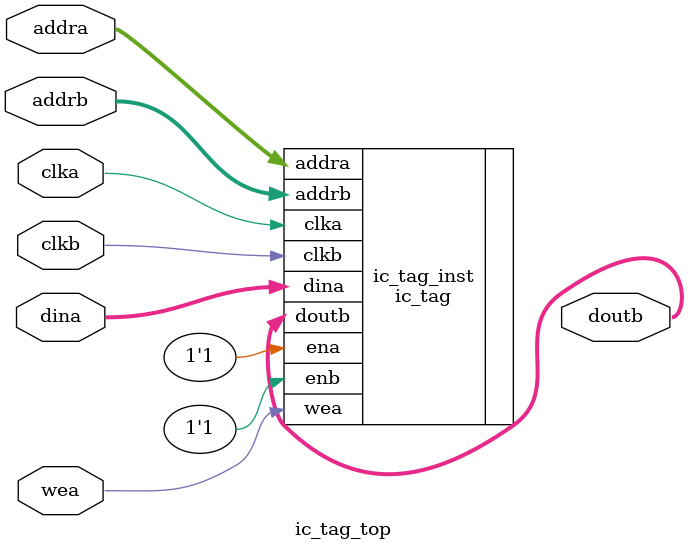
<source format=v>
`timescale 1ns / 1ps


module ic_tag_top(
    clka,
    wea,
    addra,
    dina,
    
    clkb,
    addrb,
    doutb
    );

    parameter tag_dw = 20;
    parameter tag_aw = 9;

    input   clka;
    input   wea;
    input   [tag_aw -1 : 0]     addra;
    input   [tag_dw -1 : 0]     dina;
    
    input   clkb;
    input   [tag_aw -1 : 0]     addrb;
    output   [tag_dw -1 : 0]     doutb;

    ic_tag ic_tag_inst ( 
    .clka(clka),    // input wire clka
    .ena(1'b1),      // input wire ena
    .wea(wea),      // input wire [0 : 0] wea
    .addra(addra),  // input wire [8 : 0] addra
    .dina(dina),    // input wire [19 : 0] dina
    
    .clkb(clkb),    // input wire clkb
    .enb(1'b1),      // input wire enb
    .addrb(addrb),  // input wire [8 : 0] addrb
    .doutb(doutb)  // output wire [19 : 0] doutb
);

endmodule

</source>
